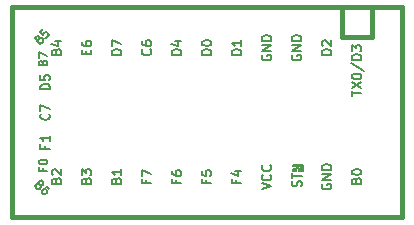
<source format=gbr>
G04 #@! TF.GenerationSoftware,KiCad,Pcbnew,(5.1.6)-1*
G04 #@! TF.CreationDate,2020-08-27T21:51:50+09:00*
G04 #@! TF.ProjectId,keyboard-layouter-playground,6b657962-6f61-4726-942d-6c61796f7574,rev?*
G04 #@! TF.SameCoordinates,Original*
G04 #@! TF.FileFunction,Legend,Top*
G04 #@! TF.FilePolarity,Positive*
%FSLAX46Y46*%
G04 Gerber Fmt 4.6, Leading zero omitted, Abs format (unit mm)*
G04 Created by KiCad (PCBNEW (5.1.6)-1) date 2020-08-27 21:51:50*
%MOMM*%
%LPD*%
G01*
G04 APERTURE LIST*
%ADD10C,0.381000*%
%ADD11C,0.150000*%
G04 APERTURE END LIST*
D10*
G04 #@! TO.C,U1*
X281940000Y6350000D02*
X281940000Y8890000D01*
X284480000Y8890000D02*
X281940000Y8890000D01*
X284480000Y-8890000D02*
X284480000Y8890000D01*
X281940000Y-8890000D02*
X284480000Y-8890000D01*
D11*
G36*
X275460640Y-4931568D02*
G01*
X275260640Y-4931568D01*
X275260640Y-4831568D01*
X275460640Y-4831568D01*
X275460640Y-4931568D01*
G37*
X275460640Y-4931568D02*
X275260640Y-4931568D01*
X275260640Y-4831568D01*
X275460640Y-4831568D01*
X275460640Y-4931568D01*
G36*
X276060640Y-4531568D02*
G01*
X275260640Y-4531568D01*
X275260640Y-4431568D01*
X276060640Y-4431568D01*
X276060640Y-4531568D01*
G37*
X276060640Y-4531568D02*
X275260640Y-4531568D01*
X275260640Y-4431568D01*
X276060640Y-4431568D01*
X276060640Y-4531568D01*
G36*
X276060640Y-4931568D02*
G01*
X275960640Y-4931568D01*
X275960640Y-4431568D01*
X276060640Y-4431568D01*
X276060640Y-4931568D01*
G37*
X276060640Y-4931568D02*
X275960640Y-4931568D01*
X275960640Y-4431568D01*
X276060640Y-4431568D01*
X276060640Y-4931568D01*
G36*
X275660640Y-4731568D02*
G01*
X275560640Y-4731568D01*
X275560640Y-4631568D01*
X275660640Y-4631568D01*
X275660640Y-4731568D01*
G37*
X275660640Y-4731568D02*
X275560640Y-4731568D01*
X275560640Y-4631568D01*
X275660640Y-4631568D01*
X275660640Y-4731568D01*
G36*
X276060640Y-4931568D02*
G01*
X275760640Y-4931568D01*
X275760640Y-4831568D01*
X276060640Y-4831568D01*
X276060640Y-4931568D01*
G37*
X276060640Y-4931568D02*
X275760640Y-4931568D01*
X275760640Y-4831568D01*
X276060640Y-4831568D01*
X276060640Y-4931568D01*
D10*
X279400000Y6350000D02*
X279400000Y8890000D01*
X281940000Y6350000D02*
X279400000Y6350000D01*
X251460000Y-8890000D02*
X281940000Y-8890000D01*
X251460000Y8890000D02*
X251460000Y-8890000D01*
X281940000Y8890000D02*
X251460000Y8890000D01*
D11*
X254661904Y1949523D02*
X253861904Y1949523D01*
X253861904Y2140000D01*
X253900000Y2254285D01*
X253976190Y2330476D01*
X254052380Y2368571D01*
X254204761Y2406666D01*
X254319047Y2406666D01*
X254471428Y2368571D01*
X254547619Y2330476D01*
X254623809Y2254285D01*
X254661904Y2140000D01*
X254661904Y1949523D01*
X253861904Y3130476D02*
X253861904Y2749523D01*
X254242857Y2711428D01*
X254204761Y2749523D01*
X254166666Y2825714D01*
X254166666Y3016190D01*
X254204761Y3092380D01*
X254242857Y3130476D01*
X254319047Y3168571D01*
X254509523Y3168571D01*
X254585714Y3130476D01*
X254623809Y3092380D01*
X254661904Y3016190D01*
X254661904Y2825714D01*
X254623809Y2749523D01*
X254585714Y2711428D01*
X254242857Y-2806666D02*
X254242857Y-3073333D01*
X254661904Y-3073333D02*
X253861904Y-3073333D01*
X253861904Y-2692380D01*
X254661904Y-1968571D02*
X254661904Y-2425714D01*
X254661904Y-2197142D02*
X253861904Y-2197142D01*
X253976190Y-2273333D01*
X254052380Y-2349523D01*
X254090476Y-2425714D01*
X254585714Y-133333D02*
X254623809Y-171428D01*
X254661904Y-285714D01*
X254661904Y-361904D01*
X254623809Y-476190D01*
X254547619Y-552380D01*
X254471428Y-590476D01*
X254319047Y-628571D01*
X254204761Y-628571D01*
X254052380Y-590476D01*
X253976190Y-552380D01*
X253900000Y-476190D01*
X253861904Y-361904D01*
X253861904Y-285714D01*
X253900000Y-171428D01*
X253938095Y-133333D01*
X253861904Y133333D02*
X253861904Y666666D01*
X254661904Y323809D01*
X253835008Y-6164297D02*
X253882148Y-6258578D01*
X253882148Y-6305719D01*
X253858578Y-6376429D01*
X253787867Y-6447140D01*
X253717157Y-6470710D01*
X253670016Y-6470710D01*
X253599306Y-6447140D01*
X253410744Y-6258578D01*
X253905719Y-5763603D01*
X254070710Y-5928595D01*
X254094280Y-5999306D01*
X254094280Y-6046446D01*
X254070710Y-6117157D01*
X254023570Y-6164297D01*
X253952859Y-6187867D01*
X253905719Y-6187867D01*
X253835008Y-6164297D01*
X253670016Y-5999306D01*
X254612825Y-6470710D02*
X254518544Y-6376429D01*
X254447834Y-6352859D01*
X254400693Y-6352859D01*
X254282842Y-6376429D01*
X254164991Y-6447140D01*
X253976429Y-6635702D01*
X253952859Y-6706412D01*
X253952859Y-6753553D01*
X253976429Y-6824264D01*
X254070710Y-6918544D01*
X254141421Y-6942115D01*
X254188561Y-6942115D01*
X254259272Y-6918544D01*
X254377123Y-6800693D01*
X254400693Y-6729983D01*
X254400693Y-6682842D01*
X254377123Y-6612132D01*
X254282842Y-6517851D01*
X254212132Y-6494280D01*
X254164991Y-6494280D01*
X254094280Y-6517851D01*
X254050000Y-4733333D02*
X254050000Y-4966666D01*
X254416666Y-4966666D02*
X253716666Y-4966666D01*
X253716666Y-4633333D01*
X253716666Y-4233333D02*
X253716666Y-4166666D01*
X253750000Y-4100000D01*
X253783333Y-4066666D01*
X253850000Y-4033333D01*
X253983333Y-4000000D01*
X254150000Y-4000000D01*
X254283333Y-4033333D01*
X254350000Y-4066666D01*
X254383333Y-4100000D01*
X254416666Y-4166666D01*
X254416666Y-4233333D01*
X254383333Y-4300000D01*
X254350000Y-4333333D01*
X254283333Y-4366666D01*
X254150000Y-4400000D01*
X253983333Y-4400000D01*
X253850000Y-4366666D01*
X253783333Y-4333333D01*
X253750000Y-4300000D01*
X253716666Y-4233333D01*
X254050000Y4216666D02*
X254083333Y4316666D01*
X254116666Y4350000D01*
X254183333Y4383333D01*
X254283333Y4383333D01*
X254350000Y4350000D01*
X254383333Y4316666D01*
X254416666Y4250000D01*
X254416666Y3983333D01*
X253716666Y3983333D01*
X253716666Y4216666D01*
X253750000Y4283333D01*
X253783333Y4316666D01*
X253850000Y4350000D01*
X253916666Y4350000D01*
X253983333Y4316666D01*
X254016666Y4283333D01*
X254050000Y4216666D01*
X254050000Y3983333D01*
X253716666Y4616666D02*
X253716666Y5083333D01*
X254416666Y4783333D01*
X280231904Y1381395D02*
X280231904Y1838538D01*
X281031904Y1609967D02*
X280231904Y1609967D01*
X280231904Y2029014D02*
X281031904Y2562348D01*
X280231904Y2562348D02*
X281031904Y2029014D01*
X280231904Y3019491D02*
X280231904Y3095681D01*
X280270000Y3171872D01*
X280308095Y3209967D01*
X280384285Y3248062D01*
X280536666Y3286157D01*
X280727142Y3286157D01*
X280879523Y3248062D01*
X280955714Y3209967D01*
X280993809Y3171872D01*
X281031904Y3095681D01*
X281031904Y3019491D01*
X280993809Y2943300D01*
X280955714Y2905205D01*
X280879523Y2867110D01*
X280727142Y2829014D01*
X280536666Y2829014D01*
X280384285Y2867110D01*
X280308095Y2905205D01*
X280270000Y2943300D01*
X280231904Y3019491D01*
X280193809Y4200443D02*
X281222380Y3514729D01*
X281031904Y4467110D02*
X280231904Y4467110D01*
X280231904Y4657586D01*
X280270000Y4771872D01*
X280346190Y4848062D01*
X280422380Y4886157D01*
X280574761Y4924252D01*
X280689047Y4924252D01*
X280841428Y4886157D01*
X280917619Y4848062D01*
X280993809Y4771872D01*
X281031904Y4657586D01*
X281031904Y4467110D01*
X280231904Y5190919D02*
X280231904Y5686157D01*
X280536666Y5419491D01*
X280536666Y5533776D01*
X280574761Y5609967D01*
X280612857Y5648062D01*
X280689047Y5686157D01*
X280879523Y5686157D01*
X280955714Y5648062D01*
X280993809Y5609967D01*
X281031904Y5533776D01*
X281031904Y5305205D01*
X280993809Y5229014D01*
X280955714Y5190919D01*
X278491904Y4870523D02*
X277691904Y4870523D01*
X277691904Y5061000D01*
X277730000Y5175285D01*
X277806190Y5251476D01*
X277882380Y5289571D01*
X278034761Y5327666D01*
X278149047Y5327666D01*
X278301428Y5289571D01*
X278377619Y5251476D01*
X278453809Y5175285D01*
X278491904Y5061000D01*
X278491904Y4870523D01*
X277768095Y5632428D02*
X277730000Y5670523D01*
X277691904Y5746714D01*
X277691904Y5937190D01*
X277730000Y6013380D01*
X277768095Y6051476D01*
X277844285Y6089571D01*
X277920476Y6089571D01*
X278034761Y6051476D01*
X278491904Y5594333D01*
X278491904Y6089571D01*
X268331904Y4870523D02*
X267531904Y4870523D01*
X267531904Y5061000D01*
X267570000Y5175285D01*
X267646190Y5251476D01*
X267722380Y5289571D01*
X267874761Y5327666D01*
X267989047Y5327666D01*
X268141428Y5289571D01*
X268217619Y5251476D01*
X268293809Y5175285D01*
X268331904Y5061000D01*
X268331904Y4870523D01*
X267531904Y5822904D02*
X267531904Y5899095D01*
X267570000Y5975285D01*
X267608095Y6013380D01*
X267684285Y6051476D01*
X267836666Y6089571D01*
X268027142Y6089571D01*
X268179523Y6051476D01*
X268255714Y6013380D01*
X268293809Y5975285D01*
X268331904Y5899095D01*
X268331904Y5822904D01*
X268293809Y5746714D01*
X268255714Y5708619D01*
X268179523Y5670523D01*
X268027142Y5632428D01*
X267836666Y5632428D01*
X267684285Y5670523D01*
X267608095Y5708619D01*
X267570000Y5746714D01*
X267531904Y5822904D01*
X270871904Y4870523D02*
X270071904Y4870523D01*
X270071904Y5061000D01*
X270110000Y5175285D01*
X270186190Y5251476D01*
X270262380Y5289571D01*
X270414761Y5327666D01*
X270529047Y5327666D01*
X270681428Y5289571D01*
X270757619Y5251476D01*
X270833809Y5175285D01*
X270871904Y5061000D01*
X270871904Y4870523D01*
X270871904Y6089571D02*
X270871904Y5632428D01*
X270871904Y5861000D02*
X270071904Y5861000D01*
X270186190Y5784809D01*
X270262380Y5708619D01*
X270300476Y5632428D01*
X272650000Y4851476D02*
X272611904Y4775285D01*
X272611904Y4661000D01*
X272650000Y4546714D01*
X272726190Y4470523D01*
X272802380Y4432428D01*
X272954761Y4394333D01*
X273069047Y4394333D01*
X273221428Y4432428D01*
X273297619Y4470523D01*
X273373809Y4546714D01*
X273411904Y4661000D01*
X273411904Y4737190D01*
X273373809Y4851476D01*
X273335714Y4889571D01*
X273069047Y4889571D01*
X273069047Y4737190D01*
X273411904Y5232428D02*
X272611904Y5232428D01*
X273411904Y5689571D01*
X272611904Y5689571D01*
X273411904Y6070523D02*
X272611904Y6070523D01*
X272611904Y6261000D01*
X272650000Y6375285D01*
X272726190Y6451476D01*
X272802380Y6489571D01*
X272954761Y6527666D01*
X273069047Y6527666D01*
X273221428Y6489571D01*
X273297619Y6451476D01*
X273373809Y6375285D01*
X273411904Y6261000D01*
X273411904Y6070523D01*
X275190000Y4851476D02*
X275151904Y4775285D01*
X275151904Y4661000D01*
X275190000Y4546714D01*
X275266190Y4470523D01*
X275342380Y4432428D01*
X275494761Y4394333D01*
X275609047Y4394333D01*
X275761428Y4432428D01*
X275837619Y4470523D01*
X275913809Y4546714D01*
X275951904Y4661000D01*
X275951904Y4737190D01*
X275913809Y4851476D01*
X275875714Y4889571D01*
X275609047Y4889571D01*
X275609047Y4737190D01*
X275951904Y5232428D02*
X275151904Y5232428D01*
X275951904Y5689571D01*
X275151904Y5689571D01*
X275951904Y6070523D02*
X275151904Y6070523D01*
X275151904Y6261000D01*
X275190000Y6375285D01*
X275266190Y6451476D01*
X275342380Y6489571D01*
X275494761Y6527666D01*
X275609047Y6527666D01*
X275761428Y6489571D01*
X275837619Y6451476D01*
X275913809Y6375285D01*
X275951904Y6261000D01*
X275951904Y6070523D01*
X265791904Y4870523D02*
X264991904Y4870523D01*
X264991904Y5061000D01*
X265030000Y5175285D01*
X265106190Y5251476D01*
X265182380Y5289571D01*
X265334761Y5327666D01*
X265449047Y5327666D01*
X265601428Y5289571D01*
X265677619Y5251476D01*
X265753809Y5175285D01*
X265791904Y5061000D01*
X265791904Y4870523D01*
X265258571Y6013380D02*
X265791904Y6013380D01*
X264953809Y5822904D02*
X265525238Y5632428D01*
X265525238Y6127666D01*
X263175714Y5327666D02*
X263213809Y5289571D01*
X263251904Y5175285D01*
X263251904Y5099095D01*
X263213809Y4984809D01*
X263137619Y4908619D01*
X263061428Y4870523D01*
X262909047Y4832428D01*
X262794761Y4832428D01*
X262642380Y4870523D01*
X262566190Y4908619D01*
X262490000Y4984809D01*
X262451904Y5099095D01*
X262451904Y5175285D01*
X262490000Y5289571D01*
X262528095Y5327666D01*
X262451904Y6013380D02*
X262451904Y5861000D01*
X262490000Y5784809D01*
X262528095Y5746714D01*
X262642380Y5670523D01*
X262794761Y5632428D01*
X263099523Y5632428D01*
X263175714Y5670523D01*
X263213809Y5708619D01*
X263251904Y5784809D01*
X263251904Y5937190D01*
X263213809Y6013380D01*
X263175714Y6051476D01*
X263099523Y6089571D01*
X262909047Y6089571D01*
X262832857Y6051476D01*
X262794761Y6013380D01*
X262756666Y5937190D01*
X262756666Y5784809D01*
X262794761Y5708619D01*
X262832857Y5670523D01*
X262909047Y5632428D01*
X260711904Y4870523D02*
X259911904Y4870523D01*
X259911904Y5061000D01*
X259950000Y5175285D01*
X260026190Y5251476D01*
X260102380Y5289571D01*
X260254761Y5327666D01*
X260369047Y5327666D01*
X260521428Y5289571D01*
X260597619Y5251476D01*
X260673809Y5175285D01*
X260711904Y5061000D01*
X260711904Y4870523D01*
X259911904Y5594333D02*
X259911904Y6127666D01*
X260711904Y5784809D01*
X257752857Y4908619D02*
X257752857Y5175285D01*
X258171904Y5289571D02*
X258171904Y4908619D01*
X257371904Y4908619D01*
X257371904Y5289571D01*
X257371904Y5975285D02*
X257371904Y5822904D01*
X257410000Y5746714D01*
X257448095Y5708619D01*
X257562380Y5632428D01*
X257714761Y5594333D01*
X258019523Y5594333D01*
X258095714Y5632428D01*
X258133809Y5670523D01*
X258171904Y5746714D01*
X258171904Y5899095D01*
X258133809Y5975285D01*
X258095714Y6013380D01*
X258019523Y6051476D01*
X257829047Y6051476D01*
X257752857Y6013380D01*
X257714761Y5975285D01*
X257676666Y5899095D01*
X257676666Y5746714D01*
X257714761Y5670523D01*
X257752857Y5632428D01*
X257829047Y5594333D01*
X255212857Y5137190D02*
X255250952Y5251476D01*
X255289047Y5289571D01*
X255365238Y5327666D01*
X255479523Y5327666D01*
X255555714Y5289571D01*
X255593809Y5251476D01*
X255631904Y5175285D01*
X255631904Y4870523D01*
X254831904Y4870523D01*
X254831904Y5137190D01*
X254870000Y5213380D01*
X254908095Y5251476D01*
X254984285Y5289571D01*
X255060476Y5289571D01*
X255136666Y5251476D01*
X255174761Y5213380D01*
X255212857Y5137190D01*
X255212857Y4870523D01*
X255098571Y6013380D02*
X255631904Y6013380D01*
X254793809Y5822904D02*
X255365238Y5632428D01*
X255365238Y6127666D01*
X253764297Y6235008D02*
X253858578Y6282148D01*
X253905719Y6282148D01*
X253976429Y6258578D01*
X254047140Y6187867D01*
X254070710Y6117157D01*
X254070710Y6070016D01*
X254047140Y5999306D01*
X253858578Y5810744D01*
X253363603Y6305719D01*
X253528595Y6470710D01*
X253599306Y6494280D01*
X253646446Y6494280D01*
X253717157Y6470710D01*
X253764297Y6423570D01*
X253787867Y6352859D01*
X253787867Y6305719D01*
X253764297Y6235008D01*
X253599306Y6070016D01*
X254094280Y7036396D02*
X253858578Y6800693D01*
X254070710Y6541421D01*
X254070710Y6588561D01*
X254094280Y6659272D01*
X254212132Y6777123D01*
X254282842Y6800693D01*
X254329983Y6800693D01*
X254400693Y6777123D01*
X254518544Y6659272D01*
X254542115Y6588561D01*
X254542115Y6541421D01*
X254518544Y6470710D01*
X254400693Y6352859D01*
X254329983Y6329289D01*
X254282842Y6329289D01*
X257752857Y-5784809D02*
X257790952Y-5670523D01*
X257829047Y-5632428D01*
X257905238Y-5594333D01*
X258019523Y-5594333D01*
X258095714Y-5632428D01*
X258133809Y-5670523D01*
X258171904Y-5746714D01*
X258171904Y-6051476D01*
X257371904Y-6051476D01*
X257371904Y-5784809D01*
X257410000Y-5708619D01*
X257448095Y-5670523D01*
X257524285Y-5632428D01*
X257600476Y-5632428D01*
X257676666Y-5670523D01*
X257714761Y-5708619D01*
X257752857Y-5784809D01*
X257752857Y-6051476D01*
X257371904Y-5327666D02*
X257371904Y-4832428D01*
X257676666Y-5099095D01*
X257676666Y-4984809D01*
X257714761Y-4908619D01*
X257752857Y-4870523D01*
X257829047Y-4832428D01*
X258019523Y-4832428D01*
X258095714Y-4870523D01*
X258133809Y-4908619D01*
X258171904Y-4984809D01*
X258171904Y-5213380D01*
X258133809Y-5289571D01*
X258095714Y-5327666D01*
X260292857Y-5784809D02*
X260330952Y-5670523D01*
X260369047Y-5632428D01*
X260445238Y-5594333D01*
X260559523Y-5594333D01*
X260635714Y-5632428D01*
X260673809Y-5670523D01*
X260711904Y-5746714D01*
X260711904Y-6051476D01*
X259911904Y-6051476D01*
X259911904Y-5784809D01*
X259950000Y-5708619D01*
X259988095Y-5670523D01*
X260064285Y-5632428D01*
X260140476Y-5632428D01*
X260216666Y-5670523D01*
X260254761Y-5708619D01*
X260292857Y-5784809D01*
X260292857Y-6051476D01*
X260711904Y-4832428D02*
X260711904Y-5289571D01*
X260711904Y-5061000D02*
X259911904Y-5061000D01*
X260026190Y-5137190D01*
X260102380Y-5213380D01*
X260140476Y-5289571D01*
X270452857Y-5727666D02*
X270452857Y-5994333D01*
X270871904Y-5994333D02*
X270071904Y-5994333D01*
X270071904Y-5613380D01*
X270338571Y-4965761D02*
X270871904Y-4965761D01*
X270033809Y-5156238D02*
X270605238Y-5346714D01*
X270605238Y-4851476D01*
X272611904Y-6527666D02*
X273411904Y-6261000D01*
X272611904Y-5994333D01*
X273335714Y-5270523D02*
X273373809Y-5308619D01*
X273411904Y-5422904D01*
X273411904Y-5499095D01*
X273373809Y-5613380D01*
X273297619Y-5689571D01*
X273221428Y-5727666D01*
X273069047Y-5765761D01*
X272954761Y-5765761D01*
X272802380Y-5727666D01*
X272726190Y-5689571D01*
X272650000Y-5613380D01*
X272611904Y-5499095D01*
X272611904Y-5422904D01*
X272650000Y-5308619D01*
X272688095Y-5270523D01*
X273335714Y-4470523D02*
X273373809Y-4508619D01*
X273411904Y-4622904D01*
X273411904Y-4699095D01*
X273373809Y-4813380D01*
X273297619Y-4889571D01*
X273221428Y-4927666D01*
X273069047Y-4965761D01*
X272954761Y-4965761D01*
X272802380Y-4927666D01*
X272726190Y-4889571D01*
X272650000Y-4813380D01*
X272611904Y-4699095D01*
X272611904Y-4622904D01*
X272650000Y-4508619D01*
X272688095Y-4470523D01*
X275943809Y-6266453D02*
X275981904Y-6152167D01*
X275981904Y-5961691D01*
X275943809Y-5885500D01*
X275905714Y-5847405D01*
X275829523Y-5809310D01*
X275753333Y-5809310D01*
X275677142Y-5847405D01*
X275639047Y-5885500D01*
X275600952Y-5961691D01*
X275562857Y-6114072D01*
X275524761Y-6190262D01*
X275486666Y-6228358D01*
X275410476Y-6266453D01*
X275334285Y-6266453D01*
X275258095Y-6228358D01*
X275220000Y-6190262D01*
X275181904Y-6114072D01*
X275181904Y-5923596D01*
X275220000Y-5809310D01*
X275181904Y-5580739D02*
X275181904Y-5123596D01*
X275981904Y-5352167D02*
X275181904Y-5352167D01*
X277730000Y-6070523D02*
X277691904Y-6146714D01*
X277691904Y-6261000D01*
X277730000Y-6375285D01*
X277806190Y-6451476D01*
X277882380Y-6489571D01*
X278034761Y-6527666D01*
X278149047Y-6527666D01*
X278301428Y-6489571D01*
X278377619Y-6451476D01*
X278453809Y-6375285D01*
X278491904Y-6261000D01*
X278491904Y-6184809D01*
X278453809Y-6070523D01*
X278415714Y-6032428D01*
X278149047Y-6032428D01*
X278149047Y-6184809D01*
X278491904Y-5689571D02*
X277691904Y-5689571D01*
X278491904Y-5232428D01*
X277691904Y-5232428D01*
X278491904Y-4851476D02*
X277691904Y-4851476D01*
X277691904Y-4661000D01*
X277730000Y-4546714D01*
X277806190Y-4470523D01*
X277882380Y-4432428D01*
X278034761Y-4394333D01*
X278149047Y-4394333D01*
X278301428Y-4432428D01*
X278377619Y-4470523D01*
X278453809Y-4546714D01*
X278491904Y-4661000D01*
X278491904Y-4851476D01*
X280612857Y-5784809D02*
X280650952Y-5670523D01*
X280689047Y-5632428D01*
X280765238Y-5594333D01*
X280879523Y-5594333D01*
X280955714Y-5632428D01*
X280993809Y-5670523D01*
X281031904Y-5746714D01*
X281031904Y-6051476D01*
X280231904Y-6051476D01*
X280231904Y-5784809D01*
X280270000Y-5708619D01*
X280308095Y-5670523D01*
X280384285Y-5632428D01*
X280460476Y-5632428D01*
X280536666Y-5670523D01*
X280574761Y-5708619D01*
X280612857Y-5784809D01*
X280612857Y-6051476D01*
X280231904Y-5099095D02*
X280231904Y-5022904D01*
X280270000Y-4946714D01*
X280308095Y-4908619D01*
X280384285Y-4870523D01*
X280536666Y-4832428D01*
X280727142Y-4832428D01*
X280879523Y-4870523D01*
X280955714Y-4908619D01*
X280993809Y-4946714D01*
X281031904Y-5022904D01*
X281031904Y-5099095D01*
X280993809Y-5175285D01*
X280955714Y-5213380D01*
X280879523Y-5251476D01*
X280727142Y-5289571D01*
X280536666Y-5289571D01*
X280384285Y-5251476D01*
X280308095Y-5213380D01*
X280270000Y-5175285D01*
X280231904Y-5099095D01*
X267912857Y-5727666D02*
X267912857Y-5994333D01*
X268331904Y-5994333D02*
X267531904Y-5994333D01*
X267531904Y-5613380D01*
X267531904Y-4927666D02*
X267531904Y-5308619D01*
X267912857Y-5346714D01*
X267874761Y-5308619D01*
X267836666Y-5232428D01*
X267836666Y-5041952D01*
X267874761Y-4965761D01*
X267912857Y-4927666D01*
X267989047Y-4889571D01*
X268179523Y-4889571D01*
X268255714Y-4927666D01*
X268293809Y-4965761D01*
X268331904Y-5041952D01*
X268331904Y-5232428D01*
X268293809Y-5308619D01*
X268255714Y-5346714D01*
X265372857Y-5727666D02*
X265372857Y-5994333D01*
X265791904Y-5994333D02*
X264991904Y-5994333D01*
X264991904Y-5613380D01*
X264991904Y-4965761D02*
X264991904Y-5118142D01*
X265030000Y-5194333D01*
X265068095Y-5232428D01*
X265182380Y-5308619D01*
X265334761Y-5346714D01*
X265639523Y-5346714D01*
X265715714Y-5308619D01*
X265753809Y-5270523D01*
X265791904Y-5194333D01*
X265791904Y-5041952D01*
X265753809Y-4965761D01*
X265715714Y-4927666D01*
X265639523Y-4889571D01*
X265449047Y-4889571D01*
X265372857Y-4927666D01*
X265334761Y-4965761D01*
X265296666Y-5041952D01*
X265296666Y-5194333D01*
X265334761Y-5270523D01*
X265372857Y-5308619D01*
X265449047Y-5346714D01*
X262832857Y-5727666D02*
X262832857Y-5994333D01*
X263251904Y-5994333D02*
X262451904Y-5994333D01*
X262451904Y-5613380D01*
X262451904Y-5384809D02*
X262451904Y-4851476D01*
X263251904Y-5194333D01*
X255212857Y-5784809D02*
X255250952Y-5670523D01*
X255289047Y-5632428D01*
X255365238Y-5594333D01*
X255479523Y-5594333D01*
X255555714Y-5632428D01*
X255593809Y-5670523D01*
X255631904Y-5746714D01*
X255631904Y-6051476D01*
X254831904Y-6051476D01*
X254831904Y-5784809D01*
X254870000Y-5708619D01*
X254908095Y-5670523D01*
X254984285Y-5632428D01*
X255060476Y-5632428D01*
X255136666Y-5670523D01*
X255174761Y-5708619D01*
X255212857Y-5784809D01*
X255212857Y-6051476D01*
X254908095Y-5289571D02*
X254870000Y-5251476D01*
X254831904Y-5175285D01*
X254831904Y-4984809D01*
X254870000Y-4908619D01*
X254908095Y-4870523D01*
X254984285Y-4832428D01*
X255060476Y-4832428D01*
X255174761Y-4870523D01*
X255631904Y-5327666D01*
X255631904Y-4832428D01*
G04 #@! TD*
M02*

</source>
